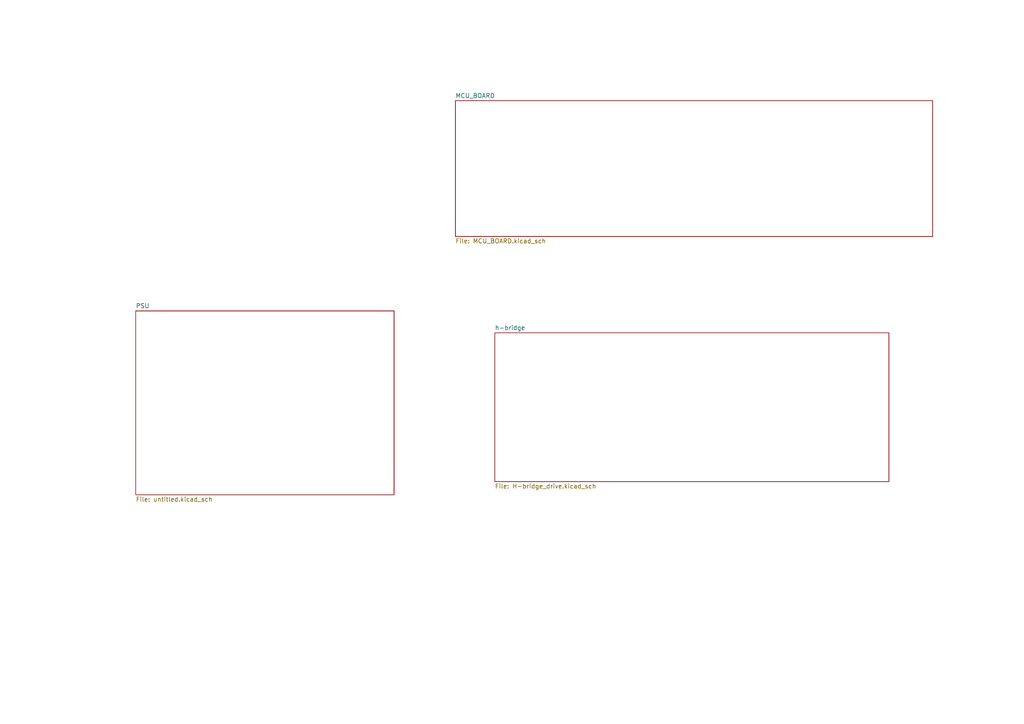
<source format=kicad_sch>
(kicad_sch
	(version 20250114)
	(generator "eeschema")
	(generator_version "9.0")
	(uuid "7d3f06e1-1fd4-4765-8d31-7b6357badeff")
	(paper "A4")
	(lib_symbols)
	(sheet
		(at 132.08 29.21)
		(size 138.43 39.37)
		(exclude_from_sim no)
		(in_bom yes)
		(on_board yes)
		(dnp no)
		(fields_autoplaced yes)
		(stroke
			(width 0.1524)
			(type solid)
		)
		(fill
			(color 0 0 0 0.0000)
		)
		(uuid "32a80e87-c60d-4771-a2f6-b2044cd9d820")
		(property "Sheetname" "MCU_BOARD"
			(at 132.08 28.4984 0)
			(effects
				(font
					(size 1.27 1.27)
				)
				(justify left bottom)
			)
		)
		(property "Sheetfile" "MCU_BOARD.kicad_sch"
			(at 132.08 69.1646 0)
			(effects
				(font
					(size 1.27 1.27)
				)
				(justify left top)
			)
		)
		(instances
			(project "capstone"
				(path "/9d49a7f1-8254-4577-9243-2df57dda2580/84ee62e2-b5ac-4fde-ab06-7c8d6f2a7294"
					(page "3")
				)
			)
		)
	)
	(sheet
		(at 143.51 96.52)
		(size 114.3 43.18)
		(exclude_from_sim no)
		(in_bom yes)
		(on_board yes)
		(dnp no)
		(fields_autoplaced yes)
		(stroke
			(width 0.1524)
			(type solid)
		)
		(fill
			(color 0 0 0 0.0000)
		)
		(uuid "477414b8-b6ed-4daa-9465-d1ef950b3298")
		(property "Sheetname" "h-bridge"
			(at 143.51 95.8084 0)
			(effects
				(font
					(size 1.27 1.27)
				)
				(justify left bottom)
			)
		)
		(property "Sheetfile" "H-bridge_drive.kicad_sch"
			(at 143.51 140.2846 0)
			(effects
				(font
					(size 1.27 1.27)
				)
				(justify left top)
			)
		)
		(instances
			(project "capstone"
				(path "/9d49a7f1-8254-4577-9243-2df57dda2580/84ee62e2-b5ac-4fde-ab06-7c8d6f2a7294"
					(page "4")
				)
			)
		)
	)
	(sheet
		(at 39.37 90.17)
		(size 74.93 53.34)
		(exclude_from_sim no)
		(in_bom yes)
		(on_board yes)
		(dnp no)
		(fields_autoplaced yes)
		(stroke
			(width 0.1524)
			(type solid)
		)
		(fill
			(color 0 0 0 0.0000)
		)
		(uuid "55fad3e7-51b7-4030-9df0-fbee31967616")
		(property "Sheetname" "PSU"
			(at 39.37 89.4584 0)
			(effects
				(font
					(size 1.27 1.27)
				)
				(justify left bottom)
			)
		)
		(property "Sheetfile" "untitled.kicad_sch"
			(at 39.37 144.0946 0)
			(effects
				(font
					(size 1.27 1.27)
				)
				(justify left top)
			)
		)
		(instances
			(project "capstone"
				(path "/9d49a7f1-8254-4577-9243-2df57dda2580/84ee62e2-b5ac-4fde-ab06-7c8d6f2a7294"
					(page "5")
				)
			)
		)
	)
)

</source>
